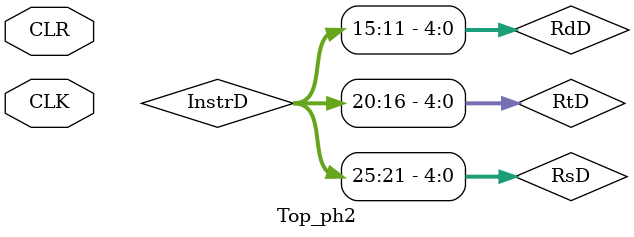
<source format=v>
module Top_ph2(input CLK , CLR);
  
  //////////////////////////////////////// Parameters ////////////////////////////////////////
  
  parameter WIDTH = 32;
  
  /////////////////////////////////// Wires : Hazard Unit ////////////////////////////////////
  
  wire [4:0] WriteRegM_reg3;
  wire [1:0] ForwardAE,ForwardBE;
  wire StallF,StallD,FlushE,MemtoRegM_reg3;
  
  //////////////////////////////////// Wires : STAGE F ///////////////////////////////////////
  
  wire [WIDTH-1:0] PC,PCPlus4F,RDF;
  reg [WIDTH-1:0] PCF;
  
  //////////////////////////////////// wires : STAGE D ///////////////////////////////////////
  
  wire [WIDTH-1:0] RD1D,RD2D,SignImmD;
  reg [WIDTH-1:0] InstrD,PCPlus4D;
  wire [4:0] RsD,RtD,RdD;
  wire [3:0] ALUControlD;
  wire MemtoRegD, MemWriteD,ALUSrcD, RegDstD, RegWriteD,BranchD,BNED,ExtendD;
  
  //////////////////////////////////// wires : STAGE E ///////////////////////////////////////
  
  reg [WIDTH-1:0] RD1E,RD2E,SignImmE,PCPlus4E;
  wire [WIDTH-1:0] SrcAE, SrcBE,ALUOutE,WriteDataE,PCBranchE;
  reg [4:0] RsE,RtE,RdE;
  wire [4:0] WriteRegE;
  reg [3:0] ALUControlE;
  wire PCSrcE,ZeroE;
  reg RegWriteE,MemtoRegE,MemWriteE,RegDstE,ALUSrcE,BranchE,BNEE;
  
  //////////////////////////////////// wires : STAGE M ///////////////////////////////////////
  
  reg [WIDTH-1:0] ALUOutM,WriteDataM,MemAdM_reg,WDM_reg;
  wire [WIDTH-1:0] ReadDataM,MemAdM,WDM;
  reg [4:0] WriteRegM;
  wire [4:0] lw_or_WriteRegM;
  reg RegWriteM,MemtoRegM,MemWriteM;
  
  //////////////////////////////////// wires : STAGE W ///////////////////////////////////////
  
  wire [WIDTH-1:0] ResultW;
  reg [WIDTH-1:0] ReadDataW,ALUOutW;
  reg [4:0] WriteRegW;
  reg RegWriteW,MemtoRegW;
  
  /////////////////////////////////////// Always Block ///////////////////////////////////////
  
  always@(posedge CLK) begin
  
  //////////////////////////////////// Reseting : STAGE F ////////////////////////////////////
    
    if( ~CLR )begin
      PCF <= 32'b0;
      
  //////////////////////////////////// Reseting : STAGE D ////////////////////////////////////
  
      InstrD <= 32'b0;
      PCPlus4D <= 32'b0;
    
  //////////////////////////////////// Reseting : STAGE E ////////////////////////////////////
  
      RegWriteE <= 1'b0;
      BNEE <= 1'b0;
      MemtoRegE <= 1'b0;
      MemWriteE <= 1'b0;
      ALUSrcE <= 1'b0;
      RegDstE <= 1'b0;
      BranchE <= 1'b0;
      ALUControlE <= 4'b0;
      RD1E <= 32'b0;
      RD2E <= 32'b0;
      RsE <= 5'b0;
      RtE <= 5'b0;
      RdE <= 5'b0;
      SignImmE <= 32'b0;
      PCPlus4E <= 32'b0;
    
  //////////////////////////////////// Reseting : STAGE M ////////////////////////////////////
    
      RegWriteM <= 1'b0;
      MemtoRegM <= 1'b0;
      MemWriteM <= 1'b0;
      ALUOutM <= 32'b0;
      WriteDataM <= 32'b0;
      WriteRegM <= 5'b0;
      MemAdM_reg <= 32'b0;
    
  //////////////////////////////////// Reseting : STAGE W ////////////////////////////////////
    
      RegWriteW <= 1'b0;
      MemtoRegW <= 1'b0;
      ReadDataW <= 32'b0;
      ALUOutW <= 32'b0;
      WriteRegW <= 5'b0;
    end
      
  /////////////////////////////////// Assignment : STAGE F ///////////////////////////////////
    
    else begin
      if( ~StallF )
        PCF <= PC;
      
  /////////////////////////////////// Assignment : STAGE D ///////////////////////////////////
  
      if( ~StallD )begin
        InstrD <= RDF;
        PCPlus4D <= PCPlus4F;
      end
    
  /////////////////////////////////// Assignment : STAGE E ///////////////////////////////////
  
      RegWriteE <= RegWriteD;
      BNEE <= BNED;
      MemtoRegE <= MemtoRegD;
      MemWriteE <= MemWriteD;
      ALUSrcE <= ALUSrcD;
      RegDstE <= RegDstD;
      BranchE <= BranchD;
      ALUControlE <= ALUControlD;
      RD1E <= RD1D;
      RD2E <= RD2D;
      RsE <= RsD;
      RtE <= RtD;
      RdE <= RdD;
      SignImmE <= SignImmD;
      PCPlus4E <= PCPlus4D;
  
  /////////////////////////////////// Assignment : STAGE M ///////////////////////////////////
  
      RegWriteM <= RegWriteE;
      MemtoRegM <= MemtoRegE;
      MemWriteM <= MemWriteE;
      ALUOutM <= ALUOutE;
      WriteDataM <= WriteDataE;
      WriteRegM <= WriteRegE;
      if(MemtoRegM | MemWriteM)
        MemAdM_reg <= MemAdM;
      if(MemWriteM)
        WDM_reg <= WDM;
  
  /////////////////////////////////// Assignment : STAGE W ///////////////////////////////////
  
      RegWriteW <= RegWriteM | MemtoRegM_reg3;
      MemtoRegW <= MemtoRegM_reg3;
      ReadDataW <= ReadDataM;
      ALUOutW <= ALUOutM;
      WriteRegW <= lw_or_WriteRegM;
    end
    
    //////////////////////////////////// Flushing : STAGE E ////////////////////////////////////
    
    if(FlushE)begin
      RegWriteE <= 1'b0;
      BNEE <= 1'b0;
      MemtoRegE <= 1'b0;
      MemWriteE <= 1'b0;
      ALUSrcE <= 1'b0;
      RegDstE <= 1'b0;
      BranchE <= 1'b0;
      ALUControlE <= 4'b0;
      RD1E <= 32'b0;
      RD2E <= 32'b0;
      RsE <= 5'b0;
      RtE <= 5'b0;
      RdE <= 5'b0;
      SignImmE <= 32'b0;
      PCPlus4E <= 32'b0;
    end
  end
  
  ///////////////////////////// Modules & Assigns : Hazard Unit //////////////////////////////
  
  Hazard_Unit hu(CLK,CLR,RsD,RtD,RsE,RtE,MemWriteD,BranchD,MemtoRegD,MemtoRegE,MemtoRegM,MemtoRegW,RegWriteD,WriteRegM,RegWriteM,
                    RegWriteW,WriteRegW,PCSrcE,StallF,StallD,FlushE,ForwardAE,ForwardBE,MemtoRegM_reg3,WriteRegM_reg3);
  
  /////////////////////////////// Modules & Assigns : STAGE F ////////////////////////////////
  
  Instruction_Memory im(PCF[7:2],RDF);
  assign PCPlus4F = 32'd4 + PCF;
  assign PC = PCSrcE ? PCBranchE : PCPlus4F;
  
  /////////////////////////////// Modules & Assigns : STAGE D ////////////////////////////////
  
  Register_File rf(CLK,RegWriteW,InstrD[25:21], InstrD[20:16], WriteRegW, ResultW,RD1D,RD2D);
  Control_Unit cu(InstrD[31:26], InstrD[5:0],MemtoRegD, MemWriteD,ALUSrcD, RegDstD, RegWriteD,BranchD,
                  BNED,ExtendD,ALUControlD);
  assign RsD = InstrD[25:21];
  assign RtD = InstrD[20:16];
  assign RdD = InstrD[15:11];
  assign SignImmD = (ExtendD)?{ {16{InstrD[15]}},InstrD[15:0] }:{ 16'b0,InstrD[15:0] };
  
  /////////////////////////////// Modules & Assigns : STAGE E ////////////////////////////////
  
  ALU alu(SrcAE, SrcBE, ALUControlE, ALUOutE,ZeroE);
  assign WriteRegE = RegDstE ? RdE : RtE;
  assign PCSrcE = BranchE & (BNEE ^ ZeroE);
  assign SrcAE = (ForwardAE==2'b00) ? RD1E:
                 (ForwardAE==2'b01) ? ResultW:
                 (ForwardAE==2'b10) ? ALUOutM:32'b0;
  assign WriteDataE = (ForwardBE==2'b00) ? RD2E:
                 (ForwardBE==2'b01) ? ResultW:
                 (ForwardBE==2'b10) ? ALUOutM:32'b0;
  assign SrcBE = ALUSrcE ? SignImmE : WriteDataE;
  assign PCBranchE = PCPlus4E + (SignImmE<<2);
    
  /////////////////////////////// Modules & Assigns : STAGE M ////////////////////////////////
  
  assign MemAdM = (MemtoRegM | MemWriteM)? ALUOutM : MemAdM_reg;
  assign WDM = ( MemWriteM )? WriteDataM : WDM_reg;
  Data_Memory dm(CLK, MemWriteM, MemAdM, WDM , ReadDataM);
  assign lw_or_WriteRegM = (MemtoRegM_reg3)?WriteRegM_reg3:WriteRegM;
  
  /////////////////////////////// Modules & Assigns : STAGE W ////////////////////////////////
  
  assign ResultW = MemtoRegW ? ReadDataW : ALUOutW;
endmodule
</source>
